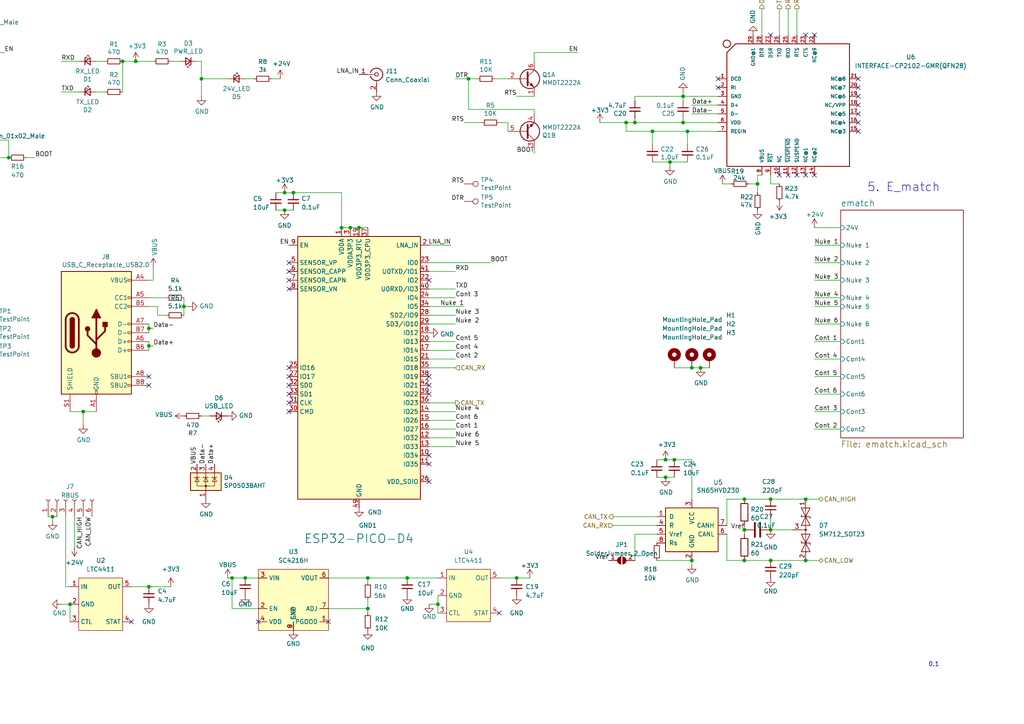
<source format=kicad_sch>
(kicad_sch (version 20211123) (generator eeschema)
  (paper "A4")
  (junction (at 219.71 53.34))
  (junction (at 106.68 176.53))
  (junction (at -5.08 15.24))
  (junction (at 15.24 149.86))
  (junction (at -7.62 33.02))
  (junction (at 82.55 60.96))
  (junction (at 135.89 22.86))
  (junction (at 195.58 133.35))
  (junction (at 99.06 66.04))
  (junction (at 53.34 88.9))
  (junction (at 200.66 106.68))
  (junction (at 43.18 170.18))
  (junction (at 189.23 38.1))
  (junction (at 2.54 45.72))
  (junction (at 149.86 167.64))
  (junction (at 58.42 22.86))
  (junction (at 43.18 95.25))
  (junction (at 233.68 162.56))
  (junction (at 198.12 35.56))
  (junction (at 215.9 162.56))
  (junction (at 67.31 167.64))
  (junction (at 200.66 162.56))
  (junction (at 35.56 17.78))
  (junction (at 39.37 17.78))
  (junction (at 71.12 167.64))
  (junction (at -22.86 15.24))
  (junction (at 193.04 138.43))
  (junction (at 223.52 162.56))
  (junction (at 127 175.26))
  (junction (at 198.12 27.94))
  (junction (at 223.52 144.78))
  (junction (at -15.24 45.72))
  (junction (at 20.32 175.26))
  (junction (at 194.31 46.99))
  (junction (at 184.15 35.56))
  (junction (at 24.13 119.38))
  (junction (at 82.55 55.88))
  (junction (at 43.18 100.33))
  (junction (at 106.68 167.64))
  (junction (at 181.61 35.56))
  (junction (at 215.9 144.78))
  (junction (at 203.2 106.68))
  (junction (at 199.39 38.1))
  (junction (at 104.14 66.04))
  (junction (at 193.04 133.35))
  (junction (at 233.68 144.78))
  (junction (at 215.9 153.67))
  (junction (at 118.11 167.64))
  (junction (at 101.6 66.04))
  (junction (at 85.09 55.88))
  (junction (at 223.52 153.67))
  (no_connect (at 83.82 119.38))
  (no_connect (at 83.82 106.68))
  (no_connect (at 248.92 25.4))
  (no_connect (at 83.82 83.82))
  (no_connect (at 83.82 81.28))
  (no_connect (at 83.82 78.74))
  (no_connect (at 83.82 76.2))
  (no_connect (at 248.92 27.94))
  (no_connect (at 83.82 116.84))
  (no_connect (at 248.92 35.56))
  (no_connect (at 208.28 25.4))
  (no_connect (at 83.82 111.76))
  (no_connect (at 124.46 111.76))
  (no_connect (at 226.06 50.8))
  (no_connect (at 248.92 38.1))
  (no_connect (at 74.93 180.34))
  (no_connect (at 231.14 50.8))
  (no_connect (at 248.92 30.48))
  (no_connect (at 124.46 114.3))
  (no_connect (at 248.92 33.02))
  (no_connect (at 233.68 50.8))
  (no_connect (at 144.78 177.8))
  (no_connect (at 124.46 139.7))
  (no_connect (at 124.46 81.28))
  (no_connect (at 83.82 114.3))
  (no_connect (at 236.22 50.8))
  (no_connect (at 83.82 109.22))
  (no_connect (at 248.92 22.86))
  (no_connect (at 236.22 10.16))
  (no_connect (at 208.28 22.86))
  (no_connect (at 43.18 109.22))
  (no_connect (at 124.46 109.22))
  (no_connect (at 124.46 134.62))
  (no_connect (at 233.68 10.16))
  (no_connect (at 95.25 180.34))
  (no_connect (at 228.6 50.8))
  (no_connect (at 223.52 10.16))
  (no_connect (at 43.18 111.76))
  (no_connect (at 38.1 180.34))
  (no_connect (at 124.46 132.08))
  (wire (pts (xy 99.06 55.88) (xy 99.06 66.04)))
  (wire (pts (xy 19.05 170.18) (xy 20.32 170.18)))
  (wire (pts (xy 135.89 22.86) (xy 138.43 22.86)))
  (wire (pts (xy 17.78 175.26) (xy 20.32 175.26)))
  (wire (pts (xy 193.04 138.43) (xy 195.58 138.43)))
  (wire (pts (xy 101.6 66.04) (xy 104.14 66.04)))
  (wire (pts (xy 132.08 22.86) (xy 135.89 22.86)))
  (wire (pts (xy 223.52 153.67) (xy 229.87 153.67)))
  (wire (pts (xy 200.66 30.48) (xy 208.28 30.48)))
  (wire (pts (xy 223.52 50.8) (xy 223.52 53.34)))
  (wire (pts (xy 215.9 144.78) (xy 223.52 144.78)))
  (wire (pts (xy 124.46 71.12) (xy 130.81 71.12)))
  (wire (pts (xy 124.46 119.38) (xy 132.08 119.38)))
  (wire (pts (xy 190.5 138.43) (xy 193.04 138.43)))
  (wire (pts (xy 149.86 167.64) (xy 153.67 167.64)))
  (wire (pts (xy 124.46 91.44) (xy 132.08 91.44)))
  (wire (pts (xy 106.68 176.53) (xy 106.68 177.8)))
  (wire (pts (xy 195.58 133.35) (xy 200.66 133.35)))
  (wire (pts (xy 124.46 83.82) (xy 132.08 83.82)))
  (wire (pts (xy 181.61 38.1) (xy 189.23 38.1)))
  (wire (pts (xy 80.01 55.88) (xy 82.55 55.88)))
  (wire (pts (xy 21.59 158.75) (xy 21.59 149.86)))
  (wire (pts (xy 147.32 35.56) (xy 147.32 38.1)))
  (wire (pts (xy 124.46 101.6) (xy 132.08 101.6)))
  (wire (pts (xy 67.31 167.64) (xy 67.31 176.53)))
  (wire (pts (xy -5.08 40.64) (xy 2.54 40.64)))
  (wire (pts (xy 71.12 22.86) (xy 73.66 22.86)))
  (wire (pts (xy 189.23 46.99) (xy 194.31 46.99)))
  (wire (pts (xy 27.94 26.67) (xy 30.48 26.67)))
  (wire (pts (xy 236.22 76.2) (xy 243.84 76.2)))
  (wire (pts (xy 223.52 162.56) (xy 215.9 162.56)))
  (wire (pts (xy 220.98 10.16) (xy 220.98 2.54)))
  (wire (pts (xy 124.46 121.92) (xy 132.08 121.92)))
  (wire (pts (xy 144.78 35.56) (xy 147.32 35.56)))
  (wire (pts (xy 194.31 46.99) (xy 194.31 48.26)))
  (wire (pts (xy 27.94 17.78) (xy 30.48 17.78)))
  (wire (pts (xy 193.04 133.35) (xy 195.58 133.35)))
  (wire (pts (xy 124.46 86.36) (xy 132.08 86.36)))
  (wire (pts (xy 223.52 149.86) (xy 223.52 153.67)))
  (wire (pts (xy 1.27 15.24) (xy 0 15.24)))
  (wire (pts (xy -22.86 10.16) (xy -22.86 15.24)))
  (wire (pts (xy 203.2 106.68) (xy 200.66 106.68)))
  (wire (pts (xy 135.89 31.75) (xy 154.94 31.75)))
  (wire (pts (xy 181.61 35.56) (xy 184.15 35.56)))
  (wire (pts (xy 198.12 35.56) (xy 184.15 35.56)))
  (wire (pts (xy 190.5 133.35) (xy 193.04 133.35)))
  (wire (pts (xy 200.66 133.35) (xy 200.66 144.78)))
  (wire (pts (xy 124.46 175.26) (xy 127 175.26)))
  (wire (pts (xy 154.94 31.75) (xy 154.94 33.02)))
  (wire (pts (xy 200.66 106.68) (xy 195.58 106.68)))
  (wire (pts (xy -7.62 30.48) (xy -7.62 33.02)))
  (wire (pts (xy 43.18 88.9) (xy 45.72 88.9)))
  (wire (pts (xy -22.86 15.24) (xy -22.86 16.51)))
  (wire (pts (xy 200.66 33.02) (xy 208.28 33.02)))
  (wire (pts (xy 124.46 106.68) (xy 132.08 106.68)))
  (wire (pts (xy 236.22 66.04) (xy 243.84 66.04)))
  (wire (pts (xy 134.62 88.9) (xy 124.46 88.9)))
  (wire (pts (xy -15.24 45.72) (xy -15.24 53.34)))
  (wire (pts (xy 20.32 175.26) (xy 20.32 180.34)))
  (wire (pts (xy 44.45 81.28) (xy 43.18 81.28)))
  (wire (pts (xy 236.22 124.46) (xy 243.84 124.46)))
  (wire (pts (xy 106.68 167.64) (xy 106.68 168.91)))
  (wire (pts (xy 99.06 66.04) (xy 101.6 66.04)))
  (wire (pts (xy -15.24 40.64) (xy -15.24 45.72)))
  (wire (pts (xy 231.14 10.16) (xy 231.14 2.54)))
  (wire (pts (xy 85.09 55.88) (xy 99.06 55.88)))
  (wire (pts (xy 43.18 99.06) (xy 43.18 100.33)))
  (wire (pts (xy 20.32 119.38) (xy 24.13 119.38)))
  (wire (pts (xy 177.8 152.4) (xy 190.5 152.4)))
  (wire (pts (xy 154.94 15.24) (xy 167.64 15.24)))
  (wire (pts (xy 15.24 151.13) (xy 15.24 149.86)))
  (wire (pts (xy 118.11 167.64) (xy 127 167.64)))
  (wire (pts (xy 38.1 170.18) (xy 43.18 170.18)))
  (wire (pts (xy -12.7 33.02) (xy -7.62 33.02)))
  (wire (pts (xy 124.46 93.98) (xy 132.08 93.98)))
  (wire (pts (xy 124.46 76.2) (xy 142.24 76.2)))
  (wire (pts (xy 24.13 119.38) (xy 24.13 123.19)))
  (wire (pts (xy 223.52 53.34) (xy 226.06 53.34)))
  (wire (pts (xy 236.22 104.14) (xy 243.84 104.14)))
  (wire (pts (xy -12.7 101.6) (xy -5.08 101.6)))
  (wire (pts (xy 10.16 45.72) (xy 7.62 45.72)))
  (wire (pts (xy 236.22 93.98) (xy 243.84 93.98)))
  (wire (pts (xy 226.06 10.16) (xy 226.06 2.54)))
  (wire (pts (xy 236.22 81.28) (xy 243.84 81.28)))
  (wire (pts (xy 124.46 116.84) (xy 132.08 116.84)))
  (wire (pts (xy 58.42 17.78) (xy 58.42 22.86)))
  (wire (pts (xy 217.17 53.34) (xy 219.71 53.34)))
  (wire (pts (xy -12.7 10.16) (xy -5.08 10.16)))
  (wire (pts (xy 236.22 88.9) (xy 243.84 88.9)))
  (wire (pts (xy -15.24 40.64) (xy -7.62 40.64)))
  (wire (pts (xy 233.68 162.56) (xy 237.49 162.56)))
  (wire (pts (xy -16.51 15.24) (xy -22.86 15.24)))
  (wire (pts (xy 43.18 100.33) (xy 43.18 101.6)))
  (wire (pts (xy 181.61 35.56) (xy 181.61 38.1)))
  (wire (pts (xy 127 175.26) (xy 127 177.8)))
  (wire (pts (xy 53.34 91.44) (xy 53.34 88.9)))
  (wire (pts (xy 58.42 22.86) (xy 58.42 27.94)))
  (wire (pts (xy -5.08 15.24) (xy -5.08 10.16)))
  (wire (pts (xy 17.78 26.67) (xy 22.86 26.67)))
  (wire (pts (xy 198.12 35.56) (xy 208.28 35.56)))
  (wire (pts (xy -12.7 96.52) (xy -5.08 96.52)))
  (wire (pts (xy -22.86 10.16) (xy -15.24 10.16)))
  (wire (pts (xy 67.31 176.53) (xy 74.93 176.53)))
  (wire (pts (xy 236.22 71.12) (xy 243.84 71.12)))
  (wire (pts (xy 17.78 17.78) (xy 22.86 17.78)))
  (wire (pts (xy 135.89 22.86) (xy 135.89 31.75)))
  (wire (pts (xy 106.68 167.64) (xy 118.11 167.64)))
  (wire (pts (xy 58.42 17.78) (xy 57.15 17.78)))
  (wire (pts (xy 184.15 154.94) (xy 190.5 154.94)))
  (wire (pts (xy -8.89 45.72) (xy -15.24 45.72)))
  (wire (pts (xy 44.45 77.47) (xy 44.45 81.28)))
  (wire (pts (xy 147.32 22.86) (xy 143.51 22.86)))
  (wire (pts (xy 39.37 17.78) (xy 44.45 17.78)))
  (wire (pts (xy 219.71 50.8) (xy 220.98 50.8)))
  (wire (pts (xy 219.71 55.88) (xy 219.71 53.34)))
  (wire (pts (xy 210.82 162.56) (xy 215.9 162.56)))
  (wire (pts (xy 209.55 53.34) (xy 212.09 53.34)))
  (wire (pts (xy 81.28 22.86) (xy 78.74 22.86)))
  (wire (pts (xy 199.39 38.1) (xy 208.28 38.1)))
  (wire (pts (xy 198.12 27.94) (xy 198.12 29.21)))
  (wire (pts (xy 190.5 162.56) (xy 200.66 162.56)))
  (wire (pts (xy 134.62 35.56) (xy 139.7 35.56)))
  (wire (pts (xy 66.04 167.64) (xy 67.31 167.64)))
  (wire (pts (xy 236.22 114.3) (xy 243.84 114.3)))
  (wire (pts (xy 15.24 149.86) (xy 16.51 149.86)))
  (wire (pts (xy 49.53 17.78) (xy 52.07 17.78)))
  (wire (pts (xy 189.23 38.1) (xy 199.39 38.1)))
  (wire (pts (xy 200.66 163.83) (xy 200.66 162.56)))
  (wire (pts (xy -3.81 45.72) (xy 2.54 45.72)))
  (wire (pts (xy 43.18 170.18) (xy 49.53 170.18)))
  (wire (pts (xy 19.05 149.86) (xy 19.05 170.18)))
  (wire (pts (xy 124.46 124.46) (xy 132.08 124.46)))
  (wire (pts (xy 228.6 10.16) (xy 228.6 2.54)))
  (wire (pts (xy 198.12 27.94) (xy 208.28 27.94)))
  (wire (pts (xy 71.12 167.64) (xy 74.93 167.64)))
  (wire (pts (xy 43.18 86.36) (xy 48.26 86.36)))
  (wire (pts (xy -15.24 5.08) (xy -15.24 10.16)))
  (wire (pts (xy 43.18 95.25) (xy 43.18 93.98)))
  (wire (pts (xy 0 33.02) (xy -7.62 33.02)))
  (wire (pts (xy 43.18 96.52) (xy 43.18 95.25)))
  (wire (pts (xy 223.52 144.78) (xy 233.68 144.78)))
  (wire (pts (xy 67.31 167.64) (xy 71.12 167.64)))
  (wire (pts (xy 184.15 29.21) (xy 184.15 27.94)))
  (wire (pts (xy 144.78 167.64) (xy 149.86 167.64)))
  (wire (pts (xy 210.82 152.4) (xy 210.82 144.78)))
  (wire (pts (xy 104.14 66.04) (xy 106.68 66.04)))
  (wire (pts (xy 124.46 104.14) (xy 132.08 104.14)))
  (wire (pts (xy 124.46 127) (xy 132.08 127)))
  (wire (pts (xy 198.12 26.67) (xy 198.12 27.94)))
  (wire (pts (xy 236.22 109.22) (xy 243.84 109.22)))
  (wire (pts (xy 184.15 34.29) (xy 184.15 35.56)))
  (wire (pts (xy 236.22 99.06) (xy 243.84 99.06)))
  (wire (pts (xy -12.7 5.08) (xy -12.7 10.16)))
  (wire (pts (xy 15.24 149.86) (xy 13.97 149.86)))
  (wire (pts (xy 236.22 86.36) (xy 243.84 86.36)))
  (wire (pts (xy 199.39 41.91) (xy 199.39 38.1)))
  (wire (pts (xy 236.22 119.38) (xy 243.84 119.38)))
  (wire (pts (xy 60.96 120.65) (xy 58.42 120.65)))
  (wire (pts (xy 154.94 15.24) (xy 154.94 17.78)))
  (wire (pts (xy 82.55 60.96) (xy 85.09 60.96)))
  (wire (pts (xy 124.46 129.54) (xy 132.08 129.54)))
  (wire (pts (xy 215.9 153.67) (xy 215.9 154.94)))
  (wire (pts (xy 210.82 154.94) (xy 210.82 162.56)))
  (wire (pts (xy 45.72 91.44) (xy 48.26 91.44)))
  (wire (pts (xy 66.04 22.86) (xy 58.42 22.86)))
  (wire (pts (xy 124.46 99.06) (xy 132.08 99.06)))
  (wire (pts (xy 205.74 106.68) (xy 203.2 106.68)))
  (wire (pts (xy 194.31 46.99) (xy 199.39 46.99)))
  (wire (pts (xy 95.25 167.64) (xy 106.68 167.64)))
  (wire (pts (xy 106.68 173.99) (xy 106.68 176.53)))
  (wire (pts (xy 127 172.72) (xy 127 175.26)))
  (wire (pts (xy 177.8 149.86) (xy 190.5 149.86)))
  (wire (pts (xy 198.12 34.29) (xy 198.12 35.56)))
  (wire (pts (xy 35.56 17.78) (xy 35.56 26.67)))
  (wire (pts (xy -11.43 15.24) (xy -5.08 15.24)))
  (wire (pts (xy 45.72 88.9) (xy 45.72 91.44)))
  (wire (pts (xy -20.32 33.02) (xy -17.78 33.02)))
  (wire (pts (xy 2.54 45.72) (xy 2.54 40.64)))
  (wire (pts (xy 24.13 119.38) (xy 27.94 119.38)))
  (wire (pts (xy 210.82 144.78) (xy 215.9 144.78)))
  (wire (pts (xy 215.9 152.4) (xy 215.9 153.67)))
  (wire (pts (xy 43.18 95.25) (xy 44.45 95.25)))
  (wire (pts (xy 189.23 41.91) (xy 189.23 38.1)))
  (wire (pts (xy 233.68 144.78) (xy 237.49 144.78)))
  (wire (pts (xy 184.15 27.94) (xy 198.12 27.94)))
  (wire (pts (xy 219.71 53.34) (xy 219.71 50.8)))
  (wire (pts (xy 53.34 86.36) (xy 53.34 88.9)))
  (wire (pts (xy 53.34 88.9) (xy 54.61 88.9)))
  (wire (pts (xy 82.55 55.88) (xy 85.09 55.88)))
  (wire (pts (xy 95.25 176.53) (xy 106.68 176.53)))
  (wire (pts (xy 80.01 60.96) (xy 82.55 60.96)))
  (wire (pts (xy 43.18 100.33) (xy 44.45 100.33)))
  (wire (pts (xy 149.86 27.94) (xy 154.94 27.94)))
  (wire (pts (xy 173.99 35.56) (xy 181.61 35.56)))
  (wire (pts (xy -12.7 91.44) (xy -5.08 91.44)))
  (wire (pts (xy 184.15 162.56) (xy 184.15 154.94)))
  (wire (pts (xy 154.94 44.45) (xy 154.94 43.18)))
  (wire (pts (xy 223.52 162.56) (xy 233.68 162.56)))
  (wire (pts (xy 124.46 78.74) (xy 132.08 78.74)))
  (wire (pts (xy 35.56 17.78) (xy 39.37 17.78)))
  (text "5. E_match" (at 251.46 55.88 0) (effects (font (size 2.5 2.5)) (justify left bottom)))
  (text "0.1\n\n" (at 269.24 195.58 0) (effects (font (size 1.27 1.27)) (justify left bottom)))
  (label "Nuke 1" (at 236.22 71.12 0))
  (label "BOOT" (at 10.16 45.72 0))
  (label "Data-" (at 59.69 134.62 90))
  (label "Cont 2" (at 236.22 124.46 0))
  (label "CAN_LOW" (at 26.67 149.86 270))
  (label "Cont 5" (at 132.08 99.06 0))
  (label "Nuke 5" (at 236.22 88.9 0))
  (label "Data+" (at 200.66 30.48 0))
  (label "RXD" (at 132.08 78.74 0))
  (label "Nuke 5" (at 132.08 129.54 0))
  (label "Cont 4" (at 132.08 101.6 0))
  (label "TXD" (at 132.08 83.82 0))
  (label "Cont 3" (at 236.22 119.38 0))
  (label "Nuke 3" (at 132.08 91.44 0))
  (label "EN" (at 1.27 15.24 0))
  (label "Nuke 4" (at 132.08 119.38 0))
  (label "TXD" (at 17.78 26.67 0))
  (label "Data+" (at 44.45 100.33 0))
  (label "DTR" (at 134.62 58.42 180))
  (label "Nuke 2" (at 132.08 93.98 0))
  (label "Cont 6" (at 236.22 114.3 0))
  (label "VBUS" (at 57.15 134.62 90))
  (label "LNA_IN" (at 130.81 71.12 180))
  (label "Data+" (at -12.7 96.52 0))
  (label "Cont 4" (at 236.22 104.14 0))
  (label "RTS" (at 134.62 53.34 180))
  (label "Vref" (at 176.53 162.56 180))
  (label "Nuke 2" (at 236.22 76.2 0))
  (label "Data-" (at 200.66 33.02 0))
  (label "Data-" (at -12.7 91.44 0))
  (label "LNA_IN" (at 104.14 21.59 180))
  (label "EN" (at 167.64 15.24 180))
  (label "Nuke 1" (at 134.62 88.9 180))
  (label "Nuke 6" (at 236.22 93.98 0))
  (label "Cont 3" (at 132.08 86.36 0))
  (label "Cont 1" (at 132.08 124.46 0))
  (label "Data-" (at 44.45 95.25 0))
  (label "DTR" (at 132.08 22.86 0))
  (label "EN" (at 0 33.02 180))
  (label "Cont 1" (at 236.22 99.06 0))
  (label "Vref" (at 215.9 153.67 180))
  (label "RTS" (at 149.86 27.94 180))
  (label "Cont 5" (at 236.22 109.22 0))
  (label "Nuke 4" (at 236.22 86.36 0))
  (label "Cont 2" (at 132.08 104.14 0))
  (label "CAN_HIGH" (at 24.13 149.86 270))
  (label "EN" (at 83.82 71.12 180))
  (label "RXD" (at 17.78 17.78 0))
  (label "Nuke 6" (at 132.08 127 0))
  (label "Cont 6" (at 132.08 121.92 0))
  (label "RTS" (at 134.62 35.56 180))
  (label "BOOT" (at 154.94 44.45 180))
  (label "Nuke 3" (at 236.22 81.28 0))
  (label "VBUS" (at -12.7 101.6 0))
  (label "Data+" (at 62.23 134.62 90))
  (label "BOOT" (at 142.24 76.2 0))
  (hierarchical_label "TXD" (shape output) (at 226.06 2.54 90))
  (hierarchical_label "RTS" (shape output) (at 231.14 2.54 90))
  (hierarchical_label "CAN_RX" (shape input) (at 132.08 106.68 0))
  (hierarchical_label "CAN_RX" (shape input) (at 177.8 152.4 180))
  (hierarchical_label "RXD" (shape output) (at 228.6 2.54 90))
  (hierarchical_label "CAN_TX" (shape output) (at 132.08 116.84 0))
  (hierarchical_label "CAN_TX" (shape output) (at 177.8 149.86 180))
  (hierarchical_label "CAN_HIGH" (shape bidirectional) (at 237.49 144.78 0))
  (hierarchical_label "CAN_LOW" (shape bidirectional) (at 237.49 162.56 0))
  (hierarchical_label "DTR" (shape output) (at 220.98 2.54 90))
  (symbol (lib_id "Device:R_Small") (at -7.62 27.94 0) (unit 1)
    (property "Reference" "R14" (at -6.1214 26.7716 0) (effects (justify left)))
    (property "Value" "10K" (at -6.1214 29.083 0) (effects (justify left)))
    (property "Footprint" "Resistor_SMD:R_0603_1608Metric" (effects hide))
  )
  (symbol (lib_id "power:GND") (at -15.24 53.34 0) (unit 1)
    (property "Reference" "#PWR07" (effects hide))
    (property "Value" "GND" (at -15.24 58.42 0))
  )
  (symbol (lib_id "Device:C_Small") (at -6.35 45.72 270) (unit 1)
    (property "Reference" "C3" (at -6.35 39.9034 90))
    (property "Value" "1uF" (at -6.35 42.2148 90))
    (property "Footprint" "Capacitor_SMD:C_0603_1608Metric" (effects hide))
  )
  (symbol (lib_id "Device:R_Small") (at 5.08 45.72 270) (unit 1)
    (property "Reference" "R16" (at 5.08 48.26 90))
    (property "Value" "470" (at 5.08 50.8 90))
    (property "Footprint" "Resistor_SMD:R_0603_1608Metric" (effects hide))
  )
  (symbol (lib_id "power:GND") (at -22.86 16.51 0) (unit 1)
    (property "Reference" "#PWR02" (effects hide))
    (property "Value" "GND" (at -22.733 20.9042 0))
  )
  (symbol (lib_id "Device:C_Small") (at -13.97 15.24 270) (unit 1)
    (property "Reference" "C1" (at -13.97 9.4234 90))
    (property "Value" "1uF" (at -13.97 11.7348 90))
    (property "Footprint" "Capacitor_SMD:C_0603_1608Metric" (effects hide))
  )
  (symbol (lib_id "Device:R_Small") (at -2.54 15.24 270) (unit 1)
    (property "Reference" "R13" (at -2.54 17.78 90))
    (property "Value" "470" (at -2.54 20.32 90))
    (property "Footprint" "Resistor_SMD:R_0603_1608Metric" (effects hide))
  )
  (symbol (lib_id "Device:R_Small") (at 140.97 22.86 270) (unit 1)
    (property "Reference" "R11" (at 140.97 17.8816 90))
    (property "Value" "10K" (at 140.97 20.193 90))
    (property "Footprint" "Resistor_SMD:R_0603_1608Metric" (effects hide))
  )
  (symbol (lib_id "Connector:Conn_01x02_Male") (at -12.7 0 270) (unit 1)
    (property "Reference" "J9" (at -10.16 0 90) (effects (justify left)))
    (property "Value" "Conn_01x02_Male" (at -11.5824 6.4262 90) (effects (justify left)))
    (property "Footprint" "Connector_PinHeader_2.54mm:PinHeader_1x02_P2.54mm_Vertical" (effects hide))
  )
  (symbol (lib_id "Connector:Conn_01x02_Male") (at -5.08 35.56 270) (unit 1)
    (property "Reference" "J10" (at -3.9624 37.1348 90) (effects (justify left)))
    (property "Value" "Conn_01x02_Male" (at -3.9624 39.4462 90) (effects (justify left)))
    (property "Footprint" "Connector_PinHeader_2.54mm:PinHeader_1x02_P2.54mm_Vertical" (effects hide))
  )
  (symbol (lib_id "Transistor_BJT:MMDT2222A") (at 152.4 22.86 0) (unit 1)
    (property "Reference" "Q1" (at 157.226 21.6916 0) (effects (justify left)))
    (property "Value" "MMDT2222A" (at 157.226 24.003 0) (effects (justify left)))
    (property "Footprint" "Package_TO_SOT_SMD:SOT-363_SC-70-6" (effects hide))
    (property "Datasheet" "http://www.diodes.com/_files/datasheets/ds30125.pdf" (effects hide))
  )
  (symbol (lib_id "RF_Module:ESP32-PICO-D4") (at 104.14 106.68 0) (unit 1)
    (property "Reference" "GND1" (at 106.68 152.4 0))
    (property "Value" "ESP32-PICO-D4" (at 104.14 156.21 0) (effects (font (size 2.4892 2.4892))))
    (property "Footprint" "Package_DFN_QFN:QFN-48-1EP_7x7mm_P0.5mm_EP5.3x5.3mm" (effects hide))
    (property "Datasheet" "https://www.espressif.com/sites/default/files/documentation/esp32-pico-d4_datasheet_en.pdf" (effects hide))
  )
  (symbol (lib_id "power:VBUS") (at 44.45 77.47 0) (unit 1)
    (property "Reference" "#PWR0113" (effects hide))
    (property "Value" "VBUS" (at 44.831 74.2188 90) (effects (justify left)))
  )
  (symbol (lib_id "power:+3.3V") (at 49.53 170.18 0) (unit 1)
    (property "Reference" "#PWR0149" (effects hide))
    (property "Value" "+3.3V" (at 49.53 165.1 0))
  )
  (symbol (lib_id "Device:C_Small") (at 71.12 170.18 180) (unit 1)
    (property "Reference" "C6" (at 64.1511 169.3611 0) (effects (justify right)))
    (property "Value" "10uF" (at 64.1511 171.9011 0) (effects (justify right)))
    (property "Footprint" "Capacitor_SMD:C_0603_1608Metric" (effects hide))
  )
  (symbol (lib_id "power:GND") (at 85.09 182.88 0) (unit 1)
    (property "Reference" "#PWR0154" (effects hide))
    (property "Value" "GND" (at 85.09 186.69 0))
  )
  (symbol (lib_id "Connector:TestPoint") (at 134.62 58.42 270) (unit 1)
    (property "Reference" "TP5" (at 139.3952 57.2516 90) (effects (justify left)))
    (property "Value" "TestPoint" (at 139.3952 59.563 90) (effects (justify left)))
    (property "Footprint" "TestPoint:TestPoint_Pad_D1.0mm" (effects hide))
  )
  (symbol (lib_id "Device:LED_Small") (at 68.58 22.86 0) (unit 1)
    (property "Reference" "D5" (at 68.58 28.067 0))
    (property "Value" "24V_LED" (at 68.58 25.7556 0))
    (property "Footprint" "LED_SMD:LED_0603_1608Metric" (effects hide))
  )
  (symbol (lib_id "Connector:TestPoint") (at -5.08 101.6 270) (unit 1)
    (property "Reference" "TP3" (at -0.3048 100.4316 90) (effects (justify left)))
    (property "Value" "TestPoint" (at -0.3048 102.743 90) (effects (justify left)))
    (property "Footprint" "TestPoint:TestPoint_Pad_D1.0mm" (effects hide))
  )
  (symbol (lib_id "power:+3.3V") (at 226.06 58.42 180) (unit 1)
    (property "Reference" "#PWR0102" (effects hide))
    (property "Value" "+3.3V" (at 225.679 62.8142 0))
  )
  (symbol (lib_id "power:GND") (at 24.13 123.19 0) (unit 1)
    (property "Reference" "#PWR0161" (effects hide))
    (property "Value" "GND" (at 24.257 127.5842 0))
  )
  (symbol (lib_id "Device:C_Small") (at 118.11 170.18 180) (unit 1)
    (property "Reference" "C17" (at 121.0683 169.4854 0) (effects (justify right)))
    (property "Value" "10uF" (at 121.0683 172.0254 0) (effects (justify right)))
    (property "Footprint" "Capacitor_SMD:C_0603_1608Metric" (effects hide))
  )
  (symbol (lib_id "Device:R_Small") (at 55.88 120.65 90) (unit 1)
    (property "Reference" "R7" (at 55.88 125.6284 90))
    (property "Value" "470" (at 55.88 123.317 90))
    (property "Footprint" "Resistor_SMD:R_0603_1608Metric" (effects hide))
  )
  (symbol (lib_id "Device:C_Small") (at 195.58 135.89 0) (unit 1)
    (property "Reference" "C24" (at 198.12 134.6262 0) (effects (justify left)))
    (property "Value" "10uF" (at 198.12 137.1662 0) (effects (justify left)))
    (property "Footprint" "Capacitor_SMD:C_0603_1608Metric" (effects hide))
  )
  (symbol (lib_id "Device:C_Small") (at 198.12 31.75 0) (unit 1)
    (property "Reference" "C25" (at 195.7832 32.9184 0) (effects (justify right)))
    (property "Value" "0.1uF" (at 195.7832 30.607 0) (effects (justify right)))
    (property "Footprint" "Capacitor_SMD:C_0603_1608Metric" (effects hide))
  )
  (symbol (lib_id "power:GND") (at 193.04 138.43 0) (unit 1)
    (property "Reference" "#PWR0104" (effects hide))
    (property "Value" "GND" (at 193.167 142.8242 0))
  )
  (symbol (lib_id "power:GND") (at 104.14 147.32 0) (unit 1)
    (property "Reference" "#PWR0117" (effects hide))
    (property "Value" "GND" (at 106.68 148.5899 0) (effects (justify left)))
  )
  (symbol (lib_id "Connector:TestPoint") (at -5.08 96.52 270) (unit 1)
    (property "Reference" "TP2" (at -0.3048 95.3516 90) (effects (justify left)))
    (property "Value" "TestPoint" (at -0.3048 97.663 90) (effects (justify left)))
    (property "Footprint" "TestPoint:TestPoint_Pad_D1.0mm" (effects hide))
  )
  (symbol (lib_id "power:+3.3V") (at 193.04 133.35 0) (unit 1)
    (property "Reference" "#PWR0105" (effects hide))
    (property "Value" "+3.3V" (at 193.421 128.9558 0))
  )
  (symbol (lib_id "power:GND") (at 43.18 175.26 0) (unit 1)
    (property "Reference" "#PWR0148" (effects hide))
    (property "Value" "GND" (at 43.18 180.34 0))
  )
  (symbol (lib_id "power:GND") (at 124.46 96.52 90) (unit 1)
    (property "Reference" "#PWR0121" (effects hide))
    (property "Value" "GND" (at 127.635 96.9538 90) (effects (justify right)))
  )
  (symbol (lib_id "power:GND") (at 59.69 144.78 0) (unit 1)
    (property "Reference" "#PWR0164" (effects hide))
    (property "Value" "GND" (at 59.817 149.1742 0))
  )
  (symbol (lib_id "Device:R") (at 215.9 158.75 0) (unit 1)
    (property "Reference" "R21" (at 217.678 157.9153 0) (effects (justify left)))
    (property "Value" "60" (at 217.678 160.4522 0) (effects (justify left)))
    (property "Footprint" "Resistor_SMD:R_0603_1608Metric" (effects hide))
  )
  (symbol (lib_id "Device:R_Small") (at 106.68 171.45 0) (unit 1)
    (property "Reference" "R10" (at 108.4367 170.2205 0) (effects (justify left)))
    (property "Value" "56k" (at 108.4367 172.7605 0) (effects (justify left)))
    (property "Footprint" "Resistor_SMD:R_0603_1608Metric" (effects hide))
  )
  (symbol (lib_id "Device:C_Small") (at 223.52 165.1 180) (unit 1)
    (property "Reference" "C29" (at 225.8441 164.2589 0) (effects (justify right)))
    (property "Value" "220pF" (at 225.8441 166.7958 0) (effects (justify right)))
    (property "Footprint" "Capacitor_SMD:C_0603_1608Metric" (effects hide))
  )
  (symbol (lib_id "Device:R_Small") (at 50.8 86.36 90) (unit 1)
    (property "Reference" "R4" (at 50.8 81.3816 90))
    (property "Value" "5.1k" (at 50.8 83.693 90))
    (property "Footprint" "Resistor_SMD:R_0603_1608Metric" (effects hide))
  )
  (symbol (lib_id "power:GND") (at 106.68 182.88 0) (unit 1)
    (property "Reference" "#PWR0157" (effects hide))
    (property "Value" "GND" (at 106.68 187.96 0))
  )
  (symbol (lib_id "power:GND") (at 82.55 60.96 0) (unit 1)
    (property "Reference" "#PWR0114" (effects hide))
    (property "Value" "GND" (at 82.55 65.4034 0))
  )
  (symbol (lib_id "power:GND") (at 200.66 163.83 0) (unit 1)
    (property "Reference" "#PWR0111" (effects hide))
    (property "Value" "GND" (at 200.787 168.2242 0))
  )
  (symbol (lib_id "Device:C_Small") (at 43.18 172.72 0) (unit 1)
    (property "Reference" "C4" (at 45.72 171.4562 0) (effects (justify left)))
    (property "Value" "4.7uF" (at 45.72 173.9962 0) (effects (justify left)))
    (property "Footprint" "Capacitor_SMD:C_0603_1608Metric" (effects hide))
  )
  (symbol (lib_id "Device:R_Small") (at 50.8 91.44 270) (unit 1)
    (property "Reference" "R6" (at 50.8 86.4616 90))
    (property "Value" "5.1k" (at 50.8 88.773 90))
    (property "Footprint" "Resistor_SMD:R_0603_1608Metric" (effects hide))
  )
  (symbol (lib_id "Jumper:SolderJumper_2_Open") (at 180.34 162.56 0) (unit 1)
    (property "Reference" "JP1" (at 180.34 157.9712 0))
    (property "Value" "SolderJumper_2_Open" (at 180.34 160.5081 0))
    (property "Footprint" "Jumper:SolderJumper-2_P1.3mm_Open_RoundedPad1.0x1.5mm" (effects hide))
  )
  (symbol (lib_id "Device:LED_Small") (at 63.5 120.65 180) (unit 1)
    (property "Reference" "D6" (at 63.5 115.443 0))
    (property "Value" "USB_LED" (at 63.5 117.7544 0))
    (property "Footprint" "LED_SMD:LED_0603_1608Metric" (effects hide))
  )
  (symbol (lib_id "power:GND") (at 66.04 120.65 90) (unit 1)
    (property "Reference" "#PWR0112" (effects hide))
    (property "Value" "GND" (at 69.2912 120.523 90) (effects (justify right)))
  )
  (symbol (lib_id "power:+3.3V") (at 153.67 167.64 0) (unit 1)
    (property "Reference" "#PWR0156" (effects hide))
    (property "Value" "+3.3V" (at 153.67 164.0642 0))
  )
  (symbol (lib_id "Device:C_Small") (at 80.01 58.42 0) (unit 1)
    (property "Reference" "C5" (at 73.3516 57.6146 0) (effects (justify left)))
    (property "Value" "10uF" (at 73.3516 60.1515 0) (effects (justify left)))
    (property "Footprint" "Capacitor_SMD:C_0603_1608Metric" (effects hide))
  )
  (symbol (lib_id "iclr:LTC4411") (at 29.21 165.1 0) (unit 1)
    (property "Reference" "U2" (at 29.21 162.56 0))
    (property "Value" "LTC4411" (at 29.21 165.1 0))
    (property "Footprint" "Package_TO_SOT_SMD:SOT-23-5" (effects hide))
  )
  (symbol (lib_id "power:GND") (at 203.2 106.68 0) (unit 1)
    (property "Reference" "#PWR0165" (effects hide))
    (property "Value" "GND" (at 203.327 111.0742 0))
  )
  (symbol (lib_id "power:VBUS") (at 66.04 167.64 0) (unit 1)
    (property "Reference" "#PWR0153" (effects hide))
    (property "Value" "VBUS" (at 63.5 163.83 0) (effects (justify left)))
  )
  (symbol (lib_id "power:+24V") (at 236.22 66.04 0) (unit 1)
    (property "Reference" "#PWR0166" (effects hide))
    (property "Value" "+24V" (at 233.68 62.23 0) (effects (justify left)))
  )
  (symbol (lib_id "Device:C_Small") (at 189.23 44.45 180) (unit 1)
    (property "Reference" "C22" (at 191.5668 43.2816 0) (effects (justify right)))
    (property "Value" "1.0uF" (at 191.5668 45.593 0) (effects (justify right)))
    (property "Footprint" "Capacitor_SMD:C_0603_1608Metric" (effects hide))
  )
  (symbol (lib_id "power:VBUS") (at 53.34 120.65 90) (unit 1)
    (property "Reference" "#PWR0163" (effects hide))
    (property "Value" "VBUS" (at 50.0888 120.269 90) (effects (justify left)))
  )
  (symbol (lib_id "power:GND") (at 118.11 172.72 0) (unit 1)
    (property "Reference" "#PWR0160" (effects hide))
    (property "Value" "GND" (at 118.11 176.53 0))
  )
  (symbol (lib_id "analogue-cache:+3.3V") (at -7.62 25.4 0) (unit 1)
    (property "Reference" "#PWR0145" (effects hide))
    (property "Value" "+3.3V" (at -7.62 20.32 0))
  )
  (symbol (lib_id "power:GND") (at 223.52 167.64 0) (unit 1)
    (property "Reference" "#PWR0108" (effects hide))
    (property "Value" "GND" (at 223.52 171.45 0))
  )
  (symbol (lib_id "power:GND") (at 71.12 172.72 0) (unit 1)
    (property "Reference" "#PWR0158" (effects hide))
    (property "Value" "GND" (at 71.12 175.26 0))
  )
  (symbol (lib_id "Power_Protection:SP0503BAHT") (at 59.69 139.7 0) (unit 1)
    (property "Reference" "D4" (at 64.897 138.5316 0) (effects (justify left)))
    (property "Value" "SP0503BAHT" (at 64.897 140.843 0) (effects (justify left)))
    (property "Footprint" "Package_TO_SOT_SMD:SOT-143" (effects hide))
    (property "Datasheet" "http://www.littelfuse.com/~/media/files/littelfuse/technical%20resources/documents/data%20sheets/sp05xxba.pdf" (effects hide))
  )
  (symbol (lib_id "Device:C_Small") (at -15.24 33.02 270) (unit 1)
    (property "Reference" "C2" (at -15.24 27.2034 90))
    (property "Value" "1uF" (at -15.24 29.5148 90))
    (property "Footprint" "Capacitor_SMD:C_0603_1608Metric" (effects hide))
  )
  (symbol (lib_id "iclr:RT9025-25GSP") (at 85.09 166.37 0) (unit 1)
    (property "Reference" "U3" (at 85.09 160.02 0))
    (property "Value" "SC4216H" (at 85.09 162.56 0))
    (property "Footprint" "iclr:SOIC127P599X175-9N" (effects hide))
  )
  (symbol (lib_id "power:+3.3V") (at 39.37 17.78 0) (unit 1)
    (property "Reference" "#PWR0147" (effects hide))
    (property "Value" "+3.3V" (at 39.751 13.3858 0))
  )
  (symbol (lib_id "power:VBUS") (at 209.55 53.34 0) (unit 1)
    (property "Reference" "#PWR0101" (effects hide))
    (property "Value" "VBUS" (at 209.55 49.53 0))
  )
  (symbol (lib_id "Device:R_Small") (at 33.02 26.67 270) (unit 1)
    (property "Reference" "R2" (at 33.02 21.6916 90))
    (property "Value" "470" (at 33.02 24.003 90))
    (property "Footprint" "Resistor_SMD:R_0603_1608Metric" (effects hide))
  )
  (symbol (lib_id "Device:R_Small") (at 214.63 53.34 90) (unit 1)
    (property "Reference" "R19" (at 215.8528 49.6904 90) (effects (justify left)))
    (property "Value" "24k" (at 216.2454 51.6073 90) (effects (justify left)))
    (property "Footprint" "Resistor_SMD:R_0603_1608Metric" (effects hide))
  )
  (symbol (lib_id "power:GND") (at 54.61 88.9 90) (unit 1)
    (property "Reference" "#PWR0162" (effects hide))
    (property "Value" "GND" (at 57.8612 88.773 90) (effects (justify right)))
  )
  (symbol (lib_id "Connector:USB_C_Receptacle_USB2.0") (at 27.94 96.52 0) (unit 1)
    (property "Reference" "J8" (at 30.6578 74.4982 0))
    (property "Value" "USB_C_Receptacle_USB2.0" (at 30.6578 76.8096 0))
    (property "Footprint" "Connector_USB:USB_C_Receptacle_GCT_USB4085" (effects hide))
    (property "Datasheet" "https://www.usb.org/sites/default/files/documents/usb_type-c.zip" (effects hide))
  )
  (symbol (lib_id "power:GND") (at 17.78 175.26 270) (unit 1)
    (property "Reference" "#PWR0150" (effects hide))
    (property "Value" "GND" (at 15.24 177.8 90) (effects (justify left)))
  )
  (symbol (lib_id "Connector:Conn_Coaxial") (at 109.22 21.59 0) (unit 1)
    (property "Reference" "J11" (at 111.76 20.6131 0) (effects (justify left)))
    (property "Value" "Conn_Coaxial" (at 111.76 23.1531 0) (effects (justify left)))
    (property "Footprint" "Connector_Coaxial:U.FL_Molex_MCRF_73412-0110_Vertical" (effects hide))
    (property "Datasheet" " ~" (effects hide))
  )
  (symbol (lib_id "Interface_CAN_LIN:SN65HVD230") (at 200.66 152.4 0) (unit 1)
    (property "Reference" "U5" (at 208.28 139.9286 0))
    (property "Value" "SN65HVD230" (at 208.28 142.24 0))
    (property "Footprint" "Package_SO:SOIC-8_3.9x4.9mm_P1.27mm" (effects hide))
    (property "Datasheet" "http://www.ti.com/lit/ds/symlink/sn65hvd230.pdf" (effects hide))
  )
  (symbol (lib_id "power:GND") (at -20.32 33.02 270) (unit 1)
    (property "Reference" "#PWR0116" (effects hide))
    (property "Value" "GND" (at -20.32 30.48 0))
  )
  (symbol (lib_id "power:GND") (at 109.22 26.67 0) (unit 1)
    (property "Reference" "#PWR0143" (effects hide))
    (property "Value" "GND" (at 109.347 31.0642 0))
  )
  (symbol (lib_id "Device:LED_Small") (at 25.4 26.67 0) (unit 1)
    (property "Reference" "D2" (at 25.4 31.877 0))
    (property "Value" "TX_LED" (at 25.4 29.5656 0))
    (property "Footprint" "LED_SMD:LED_0603_1608Metric" (effects hide))
  )
  (symbol (lib_id "Diode:SM712_SOT23") (at 233.68 153.67 270) (unit 1)
    (property "Reference" "D7" (at 237.49 152.4 90) (effects (justify left)))
    (property "Value" "SM712_SOT23" (at 237.49 154.94 90) (effects (justify left)))
    (property "Footprint" "Package_TO_SOT_SMD:SOT-23" (effects hide))
    (property "Datasheet" "https://www.littelfuse.com/~/media/electronics/datasheets/tvs_diode_arrays/littelfuse_tvs_diode_array_sm712_datasheet.pdf.pdf" (effects hide))
  )
  (symbol (lib_id "Device:C_Small") (at 190.5 135.89 0) (unit 1)
    (property "Reference" "C23" (at 182.88 134.62 0) (effects (justify left)))
    (property "Value" "0.1uF" (at 182.88 137.16 0) (effects (justify left)))
    (property "Footprint" "Capacitor_SMD:C_0603_1608Metric" (effects hide))
  )
  (symbol (lib_id "Connector:Conn_01x06_Female") (at 19.05 144.78 90) (unit 1)
    (property "Reference" "J7" (at 20.32 141.131 90))
    (property "Value" "RBUS" (at 20.32 143.6679 90))
    (property "Footprint" "Connector_Molex:Molex_Mini-Fit_Jr_5566-06A_2x03_P4.20mm_Vertical" (effects hide))
  )
  (symbol (lib_id "Transistor_BJT:MMDT2222A") (at 152.4 38.1 0) (mirror x) (unit 2)
    (property "Reference" "Q1" (at 157.226 39.2684 0) (effects (justify left)))
    (property "Value" "MMDT2222A" (at 157.226 36.957 0) (effects (justify left)))
    (property "Footprint" "Package_TO_SOT_SMD:SOT-363_SC-70-6" (effects hide))
    (property "Datasheet" "http://www.diodes.com/_files/datasheets/ds30125.pdf" (effects hide))
  )
  (symbol (lib_id "power:GND") (at 218.44 10.16 180) (unit 1)
    (property "Reference" "#PWR0144" (effects hide))
    (property "Value" "GND" (at 218.313 6.9088 90) (effects (justify right)))
  )
  (symbol (lib_id "Device:C_Small") (at 199.39 44.45 180) (unit 1)
    (property "Reference" "C26" (at 201.7268 43.2816 0) (effects (justify right)))
    (property "Value" "0.1uF" (at 201.7268 45.593 0) (effects (justify right)))
    (property "Footprint" "Capacitor_SMD:C_0603_1608Metric" (effects hide))
  )
  (symbol (lib_id "Device:R_Small") (at 76.2 22.86 270) (unit 1)
    (property "Reference" "R8" (at 76.2 17.8816 90))
    (property "Value" "3k" (at 76.2 20.193 90))
    (property "Footprint" "Resistor_SMD:R_0603_1608Metric" (effects hide))
  )
  (symbol (lib_id "power:GND") (at 149.86 172.72 0) (unit 1)
    (property "Reference" "#PWR0110" (effects hide))
    (property "Value" "GND" (at 149.86 177.8 0))
  )
  (symbol (lib_id "Device:C_Small") (at 85.09 58.42 0) (unit 1)
    (property "Reference" "C7" (at 87.4141 57.5916 0) (effects (justify left)))
    (property "Value" "0.1uF" (at 87.4141 60.1285 0) (effects (justify left)))
    (property "Footprint" "Capacitor_SMD:C_0603_1608Metric" (effects hide))
  )
  (symbol (lib_id "Connector:TestPoint") (at 134.62 53.34 270) (unit 1)
    (property "Reference" "TP4" (at 139.3952 52.1716 90) (effects (justify left)))
    (property "Value" "TestPoint" (at 139.3952 54.483 90) (effects (justify left)))
    (property "Footprint" "TestPoint:TestPoint_Pad_D1.0mm" (effects hide))
  )
  (symbol (lib_id "Device:R_Small") (at 46.99 17.78 270) (unit 1)
    (property "Reference" "R3" (at 46.99 12.8016 90))
    (property "Value" "470" (at 46.99 15.113 90))
    (property "Footprint" "Resistor_SMD:R_0603_1608Metric" (effects hide))
  )
  (symbol (lib_id "Device:C") (at 219.71 153.67 90) (unit 1)
    (property "Reference" "C27" (at 222.25 149.86 90))
    (property "Value" "0.1uF" (at 222.25 152.4 90))
    (property "Footprint" "Capacitor_SMD:C_0603_1608Metric" (effects hide))
  )
  (symbol (lib_id "Device:LED_Small") (at 54.61 17.78 180) (unit 1)
    (property "Reference" "D3" (at 54.61 12.573 0))
    (property "Value" "PWR_LED" (at 54.61 14.8844 0))
    (property "Footprint" "LED_SMD:LED_0603_1608Metric" (effects hide))
  )
  (symbol (lib_id "Mechanical:MountingHole_Pad") (at 195.58 104.14 0) (unit 1)
    (property "Reference" "H1" (at 213.36 91.44 0) (effects (justify right)))
    (property "Value" "MountingHole_Pad" (at 209.55 97.79 0) (effects (justify right)))
    (property "Footprint" "MountingHole:MountingHole_3.2mm_M3_DIN965_Pad" (effects hide))
  )
  (symbol (lib_id "Device:R_Small") (at 219.71 58.42 180) (unit 1)
    (property "Reference" "R22" (at 214.63 57.15 0) (effects (justify right)))
    (property "Value" "47k" (at 214.63 59.4614 0) (effects (justify right)))
    (property "Footprint" "Resistor_SMD:R_0603_1608Metric" (effects hide))
  )
  (symbol (lib_id "Mechanical:MountingHole_Pad") (at 205.74 104.14 0) (unit 1)
    (property "Reference" "H3" (at 213.36 96.52 0) (effects (justify right)))
    (property "Value" "MountingHole_Pad" (at 209.55 92.71 0) (effects (justify right)))
    (property "Footprint" "MountingHole:MountingHole_3.2mm_M3_DIN965_Pad" (effects hide))
  )
  (symbol (lib_id "power:GND") (at 58.42 27.94 0) (unit 1)
    (property "Reference" "#PWR0146" (effects hide))
    (property "Value" "GND" (at 58.547 32.3342 0))
  )
  (symbol (lib_id "Device:R") (at 215.9 148.59 0) (unit 1)
    (property "Reference" "R20" (at 217.678 147.7553 0) (effects (justify left)))
    (property "Value" "60" (at 217.678 150.2922 0) (effects (justify left)))
    (property "Footprint" "Resistor_SMD:R_0603_1608Metric" (effects hide))
  )
  (symbol (lib_id "Device:C_Small") (at 184.15 31.75 0) (unit 1)
    (property "Reference" "C20" (at 181.8132 32.9184 0) (effects (justify right)))
    (property "Value" "4.7uF" (at 181.8132 30.607 0) (effects (justify right)))
    (property "Footprint" "Capacitor_SMD:C_0603_1608Metric" (effects hide))
  )
  (symbol (lib_id "Device:R_Small") (at 106.68 180.34 0) (unit 1)
    (property "Reference" "R12" (at 108.694 179.5897 0) (effects (justify left)))
    (property "Value" "10K" (at 108.694 182.1297 0) (effects (justify left)))
    (property "Footprint" "Resistor_SMD:R_0603_1608Metric" (effects hide))
  )
  (symbol (lib_id "Device:R_Small") (at 190.5 160.02 0) (unit 1)
    (property "Reference" "R18" (at 186.69 165.1 0) (effects (justify left)))
    (property "Value" "10k" (at 186.69 167.64 0) (effects (justify left)))
    (property "Footprint" "Resistor_SMD:R_0603_1608Metric" (effects hide))
  )
  (symbol (lib_id "Mechanical:MountingHole_Pad") (at 200.66 104.14 0) (unit 1)
    (property "Reference" "H2" (at 213.36 93.98 0) (effects (justify right)))
    (property "Value" "MountingHole_Pad" (at 209.55 95.25 0) (effects (justify right)))
    (property "Footprint" "MountingHole:MountingHole_3.2mm_M3_DIN965_Pad" (effects hide))
  )
  (symbol (lib_id "power:GND") (at 198.12 26.67 180) (unit 1)
    (property "Reference" "#PWR0106" (effects hide))
    (property "Value" "GND" (at 197.993 23.4188 90) (effects (justify right)))
  )
  (symbol (lib_id "power:+24V") (at 81.28 22.86 0) (unit 1)
    (property "Reference" "#PWR0142" (effects hide))
    (property "Value" "+24V" (at 81.661 18.4658 0))
  )
  (symbol (lib_id "iclr:INTERFACE-CP2102-GMR(QFN28)") (at 228.6 30.48 0) (unit 1)
    (property "Reference" "U6" (at 264.16 16.5606 0))
    (property "Value" "INTERFACE-CP2102-GMR(QFN28)" (at 264.16 19.1006 0))
    (property "Footprint" "iclr:QFN28G_0.5-5X5MM" (effects hide))
    (property "VALUE" "CP2102-GMR-QFN28" (effects hide))
    (property "MPN" "CP2102-GMR" (effects hide))
  )
  (symbol (lib_id "Device:R_Small") (at 33.02 17.78 270) (unit 1)
    (property "Reference" "R1" (at 33.02 12.8016 90))
    (property "Value" "470" (at 33.02 15.113 90))
    (property "Footprint" "Resistor_SMD:R_0603_1608Metric" (effects hide))
  )
  (symbol (lib_id "power:+3.3V") (at 173.99 35.56 0) (unit 1)
    (property "Reference" "#PWR0155" (effects hide))
    (property "Value" "+3.3V" (at 173.99 31.9842 0))
  )
  (symbol (lib_id "Device:LED_Small") (at 25.4 17.78 0) (unit 1)
    (property "Reference" "D1" (at 25.4 22.987 0))
    (property "Value" "RX_LED" (at 25.4 20.6756 0))
    (property "Footprint" "LED_SMD:LED_0603_1608Metric" (effects hide))
  )
  (symbol (lib_id "Device:R_Small") (at 142.24 35.56 270) (unit 1)
    (property "Reference" "R5" (at 142.24 30.5816 90))
    (property "Value" "10K" (at 142.24 32.893 90))
    (property "Footprint" "Resistor_SMD:R_0603_1608Metric" (effects hide))
  )
  (symbol (lib_id "Device:R_Small") (at 226.06 55.88 180) (unit 1)
    (property "Reference" "R23" (at 227.5586 54.7116 0) (effects (justify right)))
    (property "Value" "4.7k" (at 227.5586 57.023 0) (effects (justify right)))
    (property "Footprint" "Resistor_SMD:R_0603_1608Metric" (effects hide))
  )
  (symbol (lib_id "power:+3.3V") (at 82.55 55.88 0) (unit 1)
    (property "Reference" "#PWR0115" (effects hide))
    (property "Value" "+3.3V" (at 82.55 52.3042 0))
  )
  (symbol (lib_id "Device:C_Small") (at 149.86 170.18 0) (unit 1)
    (property "Reference" "C19" (at 152.4 170.18 0) (effects (justify left)))
    (property "Value" "4.7uF" (at 152.4 172.72 0) (effects (justify left)))
    (property "Footprint" "Capacitor_SMD:C_0603_1608Metric" (effects hide))
  )
  (symbol (lib_id "Connector:TestPoint") (at -5.08 91.44 270) (unit 1)
    (property "Reference" "TP1" (at -0.3048 90.2716 90) (effects (justify left)))
    (property "Value" "TestPoint" (at -0.3048 92.583 90) (effects (justify left)))
    (property "Footprint" "TestPoint:TestPoint_Pad_D1.0mm" (effects hide))
  )
  (symbol (lib_id "power:GND") (at 15.24 151.13 0) (unit 1)
    (property "Reference" "#PWR0151" (effects hide))
    (property "Value" "GND" (at 15.24 155.5734 0))
  )
  (symbol (lib_id "power:GND") (at 194.31 48.26 0) (unit 1)
    (property "Reference" "#PWR0107" (effects hide))
    (property "Value" "GND" (at 194.437 52.6542 0))
  )
  (symbol (lib_id "power:GND") (at 223.52 153.67 0) (unit 1)
    (property "Reference" "#PWR0109" (effects hide))
    (property "Value" "GND" (at 223.52 158.75 0))
  )
  (symbol (lib_id "iclr:LTC4411") (at 135.89 162.56 0) (unit 1)
    (property "Reference" "U4" (at 135.89 160.02 0))
    (property "Value" "LTC4411" (at 135.89 162.56 0))
    (property "Footprint" "Package_TO_SOT_SMD:SOT-23-5" (effects hide))
  )
  (symbol (lib_id "power:GND") (at 219.71 60.96 0) (unit 1)
    (property "Reference" "#PWR0103" (effects hide))
    (property "Value" "GND" (at 219.837 64.2112 90) (effects (justify right)))
  )
  (symbol (lib_id "Device:C_Small") (at 223.52 147.32 180) (unit 1)
    (property "Reference" "C28" (at 220.98 139.7 0) (effects (justify right)))
    (property "Value" "220pF" (at 220.98 142.24 0) (effects (justify right)))
    (property "Footprint" "Capacitor_SMD:C_0603_1608Metric" (effects hide))
  )
  (symbol (lib_id "power:GND") (at 124.46 175.26 0) (unit 1)
    (property "Reference" "#PWR0159" (effects hide))
    (property "Value" "GND" (at 122.4583 178.8633 0) (effects (justify left)))
  )
  (symbol (lib_id "power:+24V") (at 21.59 158.75 180) (unit 1)
    (property "Reference" "#PWR0152" (effects hide))
    (property "Value" "+24V" (at 21.59 163.1934 0))
  )
  (sheet (at 243.84 60.96) (size 35.56 66.04)
    (property "Sheet name" "ematch" (at 243.84 59.9817 0) (effects (font (size 1.8034 1.8034)) (justify left bottom)))
    (property "Sheet file" "ematch.kicad_sch" (at 243.84 127.798 0) (effects (font (size 1.8034 1.8034)) (justify left top)))
    (pin "Nuke 3" input (at 243.84 81.28 180))
    (pin "Cont6" input (at 243.84 114.3 180))
    (pin "Nuke 1" input (at 243.84 71.12 180))
    (pin "Nuke 4" input (at 243.84 86.36 180))
    (pin "Nuke 6" input (at 243.84 93.98 180))
    (pin "Nuke 5" input (at 243.84 88.9 180))
    (pin "Nuke 2" input (at 243.84 76.2 180))
    (pin "Cont2" input (at 243.84 124.46 180))
    (pin "Cont4" input (at 243.84 104.14 180))
    (pin "Cont3" input (at 243.84 119.38 180))
    (pin "Cont1" input (at 243.84 99.06 180))
    (pin "Cont5" input (at 243.84 109.22 180))
    (pin "24V" input (at 243.84 66.04 180))
  )
)
</source>
